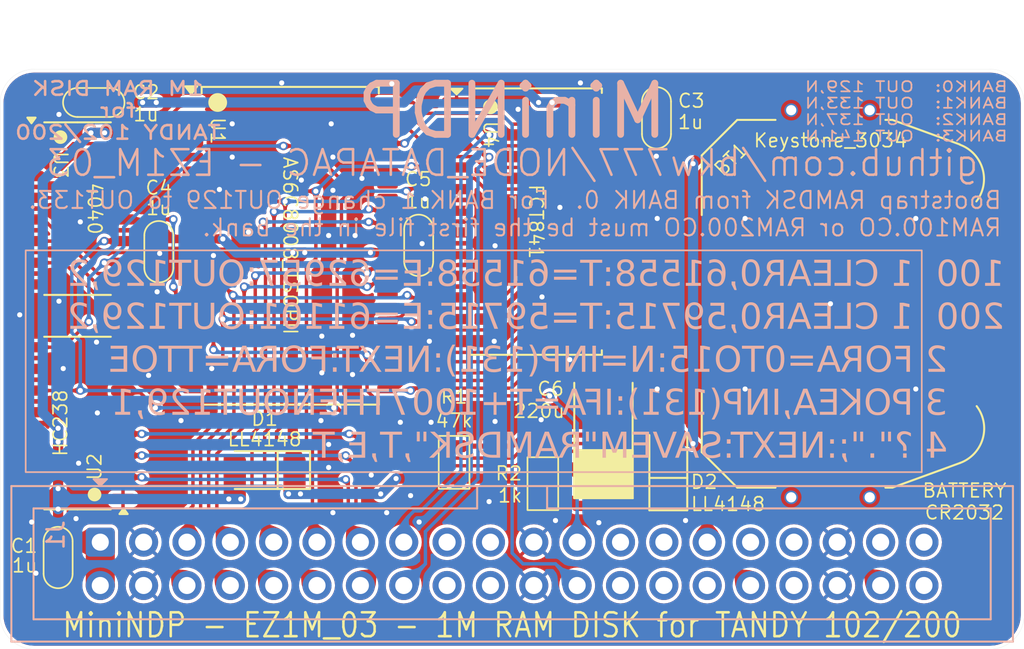
<source format=kicad_pcb>
(kicad_pcb (version 20240108) (generator "pcbnew") (generator_version "8.0")
  (title_block (title "MiniNDP") (date "2024-12-23") (rev "EZ1M_03") (company "Brian K. White - b.kenyon.w@gmail.com") (comment 1 "github.com/bkw777/NODE_DATAPAC"))
  (layers (0 "F.Cu" signal) (31 "B.Cu" signal) (34 "B.Paste" user) (35 "F.Paste" user) (36 "B.SilkS" user "B.Silkscreen") (37 "F.SilkS" user "F.Silkscreen") (38 "B.Mask" user) (39 "F.Mask" user) (44 "Edge.Cuts" user))
  (net 0 "")
  (net 1 "GND")
  (net 2 "VMEM")
  (net 3 "VBUS")
  (net 4 "/AD0")
  (net 5 "/AD1")
  (net 6 "/AD2")
  (net 7 "/AD3")
  (net 8 "/AD4")
  (net 9 "/AD5")
  (net 10 "/AD6")
  (net 11 "/AD7")
  (net 12 "/A8")
  (net 13 "/A9")
  (net 14 "/~{RD}")
  (net 15 "/RAMRST")
  (net 16 "/~{Y0}")
  (net 17 "/(A)")
  (net 27 "/BUS_A10")
  (net 30 "+BATT")
  (net 31 "/A5")
  (net 32 "/A6")
  (net 35 "/A7")
  (net 36 "/BUS_A8")
  (net 37 "/BUS_A9")
  (net 38 "/A0")
  (net 39 "/A1")
  (net 40 "/A2")
  (net 41 "/A3")
  (net 42 "/A4")
  (net 43 "/BYTE")
  (net 54 "/~{WR}")
  (net 55 "/A15")
  (net 56 "/A12")
  (net 57 "/A13")
  (net 58 "/A18")
  (net 59 "/A14")
  (net 60 "/A16")
  (net 61 "/A17")
  (net 62 "/A10")
  (net 63 "/A11")
  (net 64 "/BUS_A11")
  (net 65 "/A19")
  (net 66 "/BLOCK")
  (net 75 "Net-(C6-Pad1)")
  (footprint "000_LOCAL:MiniNDP_Cover" (layer "F.Cu") (at 151.95 103.025)
    (property "Reference" "N1")
    (property "Value" "MiniNDP_Cover")
  )
  (footprint "000_LOCAL:SOIC-16_3.9x9.9mm_P1.27mm" (layer "F.Cu") (at 126.485 106.77 180)
    (property "Reference" "U2")
    (property "Value" "HC238")
  )
  (footprint "000_LOCAL:C_0805" (layer "F.Cu") (at 125.35 114.655 -90)
    (property "Reference" "C1")
    (property "Value" "1u")
  )
  (footprint "000_LOCAL:Fiducial_0.75_1.5" (layer "F.Cu") (at 179.95 118.025)
    (property "Reference" "F2" (hide yes))
    (property "Value" "Fiducial_0.75_1.5" (hide yes))
  )
  (footprint "000_LOCAL:SOIC-16_3.9x9.9mm_P1.27mm" (layer "F.Cu") (at 126.488 94.197)
    (property "Reference" "U3")
    (property "Value" "4040")
  )
  (footprint "000_LOCAL:D_MiniMELF" (layer "F.Cu") (at 137.45 109.525 180)
    (property "Reference" "D1")
    (property "Value" "LL4148")
  )
  (footprint "000_LOCAL:Fiducial_0.75_1.5" (layer "F.Cu") (at 179.95 88.025 90)
    (property "Reference" "F2" (hide yes))
    (property "Value" "Fiducial_0.75_1.5" (hide yes))
  )
  (footprint "000_LOCAL:C_0805" (layer "F.Cu") (at 131.25 96.725 -90)
    (property "Reference" "C4")
    (property "Value" "1u")
  )
  (footprint "000_LOCAL:Fiducial_0.75_1.5" (layer "F.Cu") (at 123.95 88.025)
    (property "Reference" "F3" (hide yes))
    (property "Value" "Fiducial_0.75_1.5" (hide yes))
  )
  (footprint "000_LOCAL:SOIC-24" (layer "F.Cu") (at 153.3452 94.959)
    (property "Reference" "U4")
    (property "Value" "FCT841")
  )
  (footprint "000_LOCAL:D_MiniMELF" (layer "F.Cu") (at 161.1 109.225 90)
    (property "Reference" "D2")
    (property "Value" "LL4148")
  )
  (footprint "000_LOCAL:C_0805" (layer "F.Cu") (at 160.4082 88.874 -90)
    (property "Reference" "C3")
    (property "Value" "1u")
  )
  (footprint "000_LOCAL:Fiducial_0.75_1.5" (layer "F.Cu") (at 123.95 118.025)
    (property "Reference" "F3" (hide yes))
    (property "Value" "Fiducial_0.75_1.5" (hide yes))
  )
  (footprint "000_LOCAL:TSOP-II-44" (layer "F.Cu") (at 138.95 96.375)
    (property "Reference" "U1")
    (property "Value" "AS6C8008_TSOPII")
  )
  (footprint "000_LOCAL:Keystone_3028_3034" (layer "F.Cu") (at 170.6 99.775 90)
    (property "Reference" "BT1")
    (property "Value" "Keystone_3034")
  )
  (footprint "000_LOCAL:C_0805" (layer "F.Cu") (at 127.439 87.974 180)
    (property "Reference" "C2")
    (property "Value" "1u")
  )
  (footprint "000_LOCAL:R_0805" (layer "F.Cu") (at 153.75 110.325001 90)
    (property "Reference" "R2")
    (property "Value" "1k")
  )
  (footprint "000_LOCAL:CP_6032" (layer "F.Cu") (at 157.3 107.412501 90)
    (property "Reference" "C6")
    (property "Value" "220u")
  )
  (footprint "000_LOCAL:C_0805" (layer "F.Cu") (at 146.475 96.35 90)
    (property "Reference" "C5")
    (property "Value" "1u")
  )
  (footprint "000_LOCAL:R_0805" (layer "F.Cu") (at 148.55 109.075 90)
    (property "Reference" "R1")
    (property "Value" "47k")
  )
  (footprint "000_LOCAL:IDC-Header_2x20_P2.54mm_Vertical" (layer "B.Cu") (at 127.82 113.755 -90)
    (property "Reference" "J1")
    (property "Value" "Conn_02x20_Odd_Even")
  )
  (gr_rect (start 138.85 108.975) (end 139.55 110.925) (stroke (width 0.6)) (fill solid) (layer "F.Cu") (net 2))
  (gr_rect (start 135.35 108.975) (end 136.05 111.225) (stroke (width 0.6)) (fill solid) (layer "F.Cu") (net 3))
  (gr_poly (pts (xy 124.75 111.215) (xy 125.35 111.815) (xy 125.35 110.615)) (stroke (width 0.6)) (fill solid) (layer "F.Cu") (net 3))
  (gr_poly (pts (xy 139.1 97.475) (xy 139.1 96.775) (xy 139.8 96.775)) (stroke (width 0.6)) (fill solid) (layer "F.Cu") (net 2))
  (gr_poly (pts (xy 125.95 111.21) (xy 125.349007 110.615) (xy 125.35 111.815)) (stroke (width 0.6)) (fill solid) (layer "B.Cu") (net 3))
  (gr_rect (start 123.45 96.647) (end 175.95 109.647) (stroke (width 0.1)) (fill none) (layer "B.SilkS"))
  (gr_line (start 123.95 86.025) (end 179.95 86.025) (stroke (width 0.01)) (layer "Edge.Cuts"))
  (gr_line (start 179.95 120.025) (end 123.95 120.025) (stroke (width 0.01)) (layer "Edge.Cuts"))
  (gr_arc (start 179.95 86.024999) (mid 181.364214 86.610786) (end 181.950001 88.025) (stroke (width 0.01)) (layer "Edge.Cuts"))
  (gr_arc (start 123.95 120.025) (mid 122.535786 119.439214) (end 121.95 118.025) (stroke (width 0.01)) (layer "Edge.Cuts"))
  (gr_arc (start 181.950001 118.025) (mid 181.364214 119.439214) (end 179.95 120.025001) (stroke (width 0.01)) (layer "Edge.Cuts"))
  (gr_line (start 181.95 88.025) (end 181.95 118.025) (stroke (width 0.01)) (layer "Edge.Cuts"))
  (gr_arc (start 121.949999 88.025) (mid 122.535786 86.610786) (end 123.95 86.024999) (stroke (width 0.01)) (layer "Edge.Cuts"))
  (gr_line (start 121.95 118.025) (end 121.95 88.025) (stroke (width 0.01)) (layer "Edge.Cuts"))
  (gr_text "1M RAM DISK\nfor\nTANDY 102/200" (at 128.85 88.447 0) (layer "B.SilkS") (effects (font (size 0.8 1)) (justify mirror)))
  (gr_text "Bootstrap RAMDSK from BANK 0.  For BANK 1 change OUT129 to OUT133.\nRAM100.CO or RAM200.CO must be the first file in the bank." (at 180.7 95.897 0) (layer "B.SilkS") (effects (font (size 1 1) (thickness 0.12)) (justify left bottom mirror)))
  (gr_text "${COMMENT1} - ${REVISION}" (at 151.95 91.525 0) (layer "B.SilkS") (effects (font (size 1.5 1.5)) (justify mirror)))
  (gr_text "100  1 CLEAR0,61558:T=61558:E=62957:OUT129,2\n200  1 CLEAR0,59715:T=59715:E=61101:OUT129,2\n     2 FORA=0TO15:N=INP(131):NEXT:FORA=TTOE\n     3 POKEA,INP(131):IFA=T+1007THENOUT129,1\n     4 ?{dblquote}.{dblquote};:NEXT:SAVEM{dblquote}RAMDSK{dblquote},T,E,T" (at 180.8 97.225 0) (layer "B.SilkS") (effects (font (size 1.5 1.5) (thickness 0.1)) (justify left top mirror)))
  (gr_text "BANK0:  OUT 129,N\nBANK1:  OUT 133,N\nBANK2:  OUT 137,N\nBANK3:  OUT 141,N" (at 181.05 88.497 0) (layer "B.SilkS") (effects (font (size 0.6 0.8) (thickness 0.1)) (justify left mirror)))
  (gr_text "${TITLE}" (at 151.95 88.477 0) (layer "B.SilkS") (effects (font (size 3 3) (thickness 0.4)) (justify mirror)))
  (gr_text "${TITLE} - ${REVISION} - 1M RAM DISK for TANDY 102/200" (at 151.95 118.625 0) (layer "F.SilkS") (effects (font (size 1.4 1.2))))
  (gr_text "BATTERY\nCR2032" (at 178.45 111.375 0) (layer "F.SilkS") (effects (font (size 0.8 0.8) (thickness 0.1))))
  (via (at 142.6 101.625) (size 0.5) (drill 0.3) (layers "F.Cu" "B.Cu") (net 1))
  (via (at 132.55 106.625) (size 0.5) (drill 0.3) (layers "F.Cu" "B.Cu") (net 1))
  (via (at 138.45 86.825) (size 0.5) (drill 0.3) (layers "F.Cu" "B.Cu") (net 1))
  (via (at 147.1 101.975) (size 0.5) (drill 0.3) (layers "F.Cu" "B.Cu") (net 1))
  (via (at 141.45 91.175) (size 0.5) (drill 0.3) (layers "F.Cu" "B.Cu") (net 1))
  (via (at 141.2 95.775) (size 0.5) (drill 0.3) (layers "F.Cu" "B.Cu") (net 1))
  (via (at 157.03 112.612) (size 0.5) (drill 0.3) (layers "F.Cu" "B.Cu") (net 1))
  (via (at 125.65 103.575) (size 0.5) (drill 0.3) (layers "F.Cu" "B.Cu") (net 1))
  (via (at 135.55 89.225) (size 0.5) (drill 0.3) (layers "F.Cu" "B.Cu") (net 1))
  (via (at 134.8 93.075) (size 0.5) (drill 0.3) (layers "F.Cu" "B.Cu") (net 1))
  (via (at 144.6 112.025) (size 0.5) (drill 0.3) (layers "F.Cu" "B.Cu") (net 1))
  (via (at 134.35 103.575) (size 0.5) (drill 0.3) (layers "F.Cu" "B.Cu") (net 1))
  (via (at 170.6 99.775) (size 0.5) (drill 0.3) (layers "F.Cu" "B.Cu") (net 1))
  (via (at 146.675 96.25) (size 0.5) (drill 0.3) (layers "F.Cu" "B.Cu") (net 1))
  (via (at 143.695 109.818) (size 0.5) (drill 0.3) (layers "F.Cu" "B.Cu") (net 1))
  (via (at 165.6 94.775) (size 0.5) (drill 0.3) (layers "F.Cu" "B.Cu") (net 1))
  (via (at 140.8 103.825) (size 0.5) (drill 0.3) (layers "F.Cu" "B.Cu") (net 1))
  (via (at 127.65 106.175) (size 0.5) (drill 0.3) (layers "F.Cu" "B.Cu") (net 1))
  (via (at 146.85 93.625) (size 0.5) (drill 0.3) (layers "F.Cu" "B.Cu") (net 1))
  (via (at 131.15 99.075) (size 0.5) (drill 0.3) (layers "F.Cu" "B.Cu") (net 1))
  (via (at 131.3 96.825) (size 0.5) (drill 0.3) (layers "F.Cu" "B.Cu") (net 1))
  (via (at 152.3 88.375) (size 0.5) (drill 0.3) (layers "F.Cu" "B.Cu") (net 1))
  (via (at 150.6 111.375) (size 0.5) (drill 0.3) (layers "F.Cu" "B.Cu") (net 1))
  (via (at 140.8 101.675) (size 0.5) (drill 0.3) (layers "F.Cu" "B.Cu") (net 1))
  (via (at 153.65 106.575) (size 0.5) (drill 0.3) (layers "F.Cu" "B.Cu") (net 1))
  (via (at 175.6 94.775) (size 0.5) (drill 0.3) (layers "F.Cu" "B.Cu") (net 1))
  (via (at 141.2 109.375) (size 0.5) (drill 0.3) (layers "F.Cu" "B.Cu") (net 1))
  (via (at 140.75 106.625) (size 0.5) (drill 0.3) (layers "F.Cu" "B.Cu") (net 1))
  (via (at 125.4 88.675) (size 0.5) (drill 0.3) (layers "F.Cu" "B.Cu") (net 1))
  (via (at 141.35 89.225) (size 0.5) (drill 0.3) (layers "F.Cu" "B.Cu") (net 1))
  (via (at 155.325 103.05) (size 0.5) (drill 0.3) (layers "F.Cu" "B.Cu") (net 1))
  (via (at 136.5 95.575) (size 0.5) (drill 0.3) (layers "F.Cu" "B.Cu") (net 1))
  (via (at 160.45 94.775) (size 0.5) (drill 0.3) (layers "F.Cu" "B.Cu") (net 1))
  (via (at 126.55 109.125) (size 0.5) (drill 0.3) (layers "F.Cu" "B.Cu") (net 1))
  (via (at 155.95 86.825) (size 0.5) (drill 0.3) (layers "F.Cu" "B.Cu") (net 1))
  (via (at 160.45 104.775) (size 0.5) (drill 0.3) (layers "F.Cu" "B.Cu") (net 1))
  (via (at 144.9 86.875) (size 0.5) (drill 0.3) (layers "F.Cu" "B.Cu") (net 1))
  (via (at 139.6 92.525) (size 0.5) (drill 0.3) (layers "F.Cu" "B.Cu") (net 1))
  (via (at 146 111.025) (size 0.5) (drill 0.3) (layers "F.Cu" "B.Cu") (net 1))
  (via (at 142.6 103.925) (size 0.5) (drill 0.3) (layers "F.Cu" "B.Cu") (net 1))
  (via (at 135.55 91.175) (size 0.5) (drill 0.3) (layers "F.Cu" "B.Cu") (net 1))
  (via (at 123.1 100.425) (size 0.5) (drill 0.3) (layers "F.Cu" "B.Cu") (net 1))
  (via (at 154.49 112.485) (size 0.5) (drill 0.3) (layers "F.Cu" "B.Cu") (net 1))
  (via (at 126.4 112.375) (size 0.5) (drill 0.3) (layers "F.Cu" "B.Cu") (net 1))
  (via (at 134.45 96.95) (size 0.5) (drill 0.3) (layers "F.Cu" "B.Cu") (net 1))
  (via (at 143.15 92.425) (size 0.5) (drill 0.3) (layers "F.Cu" "B.Cu") (net 1))
  (via (at 165.6 104.775) (size 0.5) (drill 0.3) (layers "F.Cu" "B.Cu") (net 1))
  (via (at 162.11 112.485) (size 0.5) (drill 0.3) (layers "F.Cu" "B.Cu") (net 1))
  (via (at 150.95 96.375) (size 0.5) (drill 0.3) (layers "F.Cu" "B.Cu") (net 1))
  (via (at 142.75 95.775) (size 0.5) (drill 0.3) (layers "F.Cu" "B.Cu") (net 1))
  (via (at 154.75 94.125) (size 0.5) (drill 0.3) (layers "F.Cu" "B.Cu") (net 1))
  (via (at 123.8 112.575) (size 0.5) (drill 0.3) (layers "F.Cu" "B.Cu") (net 1))
  (via (at 146.5 112.575) (size 0.5) (drill 0.3) (layers "F.Cu" "B.Cu") (net 1))
  (via (at 127.6 102.025) (size 0.5) (drill 0.3) (layers "F.Cu" "B.Cu") (net 1))
  (via (at 141.45 112.025) (size 0.5) (drill 0.3) (layers "F.Cu" "B.Cu") (net 1))
  (via (at 145.4 106.725) (size 0.5) (drill 0.3) (layers "F.Cu" "B.Cu") (net 1))
  (via (at 124.05 115.575) (size 0.5) (drill 0.3) (layers "F.Cu" "B.Cu") (net 1))
  (via (at 160.4 91.125) (size 0.5) (drill 0.3) (layers "F.Cu" "B.Cu") (net 1))
  (via (at 141.2 108.025) (size 0.5) (drill 0.3) (layers "F.Cu" "B.Cu") (net 1))
  (via (at 175.6 104.775) (size 0.5) (drill 0.3) (layers "F.Cu" "B.Cu") (net 1))
  (via (at 153.7 99.375) (size 0.5) (drill 0.3) (layers "F.Cu" "B.Cu") (net 1))
  (via (at 130.65 103.975) (size 0.5) (drill 0.3) (layers "F.Cu" "B.Cu") (net 1))
  (via (at 147.2 106.725) (size 0.5) (drill 0.3) (layers "F.Cu" "B.Cu") (net 1))
  (via (at 125.4 99.625) (size 0.5) (drill 0.3) (layers "F.Cu" "B.Cu") (net 1))
  (via (at 150.9 101.975) (size 0.5) (drill 0.3) (layers "F.Cu" "B.Cu") (net 1))
  (via (at 141.45 93.125) (size 0.5) (drill 0.3) (layers "F.Cu" "B.Cu") (net 1))
  (via (at 150.95 106.675) (size 0.5) (drill 0.3) (layers "F.Cu" "B.Cu") (net 1))
  (via (at 126.65 94.975) (size 0.5) (drill 0.3) (layers "F.Cu" "B.Cu") (net 1))
  (segment (start 143.65 96.775) (end 145.75 96.775) (width 0.5) (layer "F.Cu") (net 2))
  (segment (start 139.1 109.425) (end 139.1 96.775) (width 0.6) (layer "F.Cu") (net 2))
  (segment (start 145.75 96.775) (end 146.225 97.25) (width 0.5) (layer "F.Cu") (net 2))
  (segment (start 145.15 110.025) (end 144.25 110.925) (width 0.6) (layer "F.Cu") (net 2))
  (segment (start 155.7 111.625) (end 155.4 111.325) (width 0.6) (layer "F.Cu") (net 2))
  (segment (start 135 95.975) (end 131.4 95.975) (width 0.5) (layer "F.Cu") (net 2))
  (segment (start 153.75 111.275) (end 153.45 111.275) (width 0.6) (layer "F.Cu") (net 2))
  (segment (start 160.45 111.625) (end 155.7 111.625) (width 0.6) (layer "F.Cu") (net 2))
  (segment (start 153.8 111.325) (end 153.75 111.275) (width 0.6) (layer "F.Cu") (net 2))
  (segment (start 146.225 97.25) (end 146.475 97.25) (width 0.5) (layer "F.Cu") (net 2))
  (segment (start 155.4 111.325) (end 153.8 111.325) (width 0.6) (layer "F.Cu") (net 2))
  (segment (start 131.4 95.975) (end 131.25 95.825) (width 0.5) (layer "F.Cu") (net 2))
  (segment (start 139.2 109.525) (end 139.1 109.425) (width 0.6) (layer "F.Cu") (net 2))
  (segment (start 161.1 110.975) (end 160.45 111.625) (width 0.6) (layer "F.Cu") (net 2))
  (segment (start 153.45 111.275) (end 152.2 110.025) (width 0.6) (layer "F.Cu") (net 2))
  (segment (start 152.2 110.025) (end 145.15 110.025) (width 0.6) (layer "F.Cu") (net 2))
  (via (at 144.25 110.925) (size 0.6) (drill 0.3) (layers "F.Cu" "B.Cu") (net 2))
  (via (at 145.15 110.025) (size 0.6) (drill 0.3) (layers "F.Cu" "B.Cu") (net 2))
  (via (at 135 95.975) (size 0.6) (drill 0.3) (layers "F.Cu" "B.Cu") (net 2))
  (via (at 139.8 96.775) (size 0.6) (drill 0.3) (layers "F.Cu" "B.Cu") (net 2))
  (via (at 139.55 110.925) (size 0.6) (drill 0.3) (layers "F.Cu" "B.Cu") (net 2))
  (via (at 143.65 96.775) (size 0.6) (drill 0.3) (layers "F.Cu" "B.Cu") (net 2))
  (via (at 138.85 110.925) (size 0.6) (drill 0.3) (layers "F.Cu" "B.Cu") (net 2))
  (via (at 139.1 96.775) (size 0.6) (drill 0.3) (layers "F.Cu" "B.Cu") (net 2))
  (segment (start 144.25 110.925) (end 138.85 110.925) (width 0.6) (layer "B.Cu") (net 2))
  (segment (start 143.65 96.775) (end 135.8 96.775) (width 0.6) (layer "B.Cu") (net 2))
  (segment (start 145.15 110.025) (end 144.25 110.925) (width 0.6) (layer "B.Cu") (net 2))
  (segment (start 135.8 96.775) (end 135 95.975) (width 0.6) (layer "B.Cu") (net 2))
  (segment (start 157.9952 87.974) (end 160.4082 87.974) (width 0.6) (layer "F.Cu") (net 3))
  (segment (start 127.274 89.753) (end 127.275 89.752) (width 0.6) (layer "F.Cu") (net 3))
  (segment (start 125.35 111.815) (end 125.35 110.615) (width 0.6) (layer "F.Cu") (net 3))
  (segment (start 125.35 111.815) (end 124.75 111.215) (width 0.6) (layer "F.Cu") (net 3))
  (segment (start 125.35 107.076001) (end 125.348999 107.075) (width 0.6) (layer "F.Cu") (net 3))
  (segment (start 130.3 87.975) (end 130.299 87.974) (width 0.6) (layer "F.Cu") (net 3))
  (segment (start 125.35 113.755) (end 125.35 111.815) (width 0.6) (layer "F.Cu") (net 3))
  (segment (start 130.301 87.974) (end 131.1 87.974) (width 0.6) (layer "F.Cu") (net 3))
  (segment (start 127.275 89.752) (end 129.155 89.752) (width 0.6) (layer "F.Cu") (net 3))
  (segment (start 128.339 87.974) (end 128.339 89.487) (width 0.6) (layer "F.Cu") (net 3))
  (segment (start 125.35 113.755) (end 127.82 113.755) (width 0.8) (layer "F.Cu") (net 3))
  (segment (start 124.75 111.215) (end 123.818 111.215) (width 0.6) (layer "F.Cu") (net 3))
  (segment (start 130.299 87.974) (end 128.339 87.974) (width 0.6) (layer "F.Cu") (net 3))
  (segment (start 153.499 87.974) (end 157.9952 87.974) (width 0.6) (layer "F.Cu") (net 3))
  (segment (start 127.7 113.635) (end 127.82 113.755) (width 0.4) (layer "F.Cu") (net 3))
  (segment (start 128.339 89.487) (end 128.074 89.752) (width 0.6) (layer "F.Cu") (net 3))
  (segment (start 127.82 116.295) (end 127.82 113.755) (width 1.7) (layer "F.Cu") (net 3))
  (segment (start 125.35 110.615) (end 125.35 107.076001) (width 0.6) (layer "F.Cu") (net 3))
  (segment (start 127.6 113.535) (end 127.7 113.635) (width 0.6) (layer "F.Cu") (net 3))
  (via (at 128.074 89.752) (size 0.6) (drill 0.3) (layers "F.Cu" "B.Cu") (net 3))
  (via (at 153.499 87.974) (size 0.6) (drill 0.3) (layers "F.Cu" "B.Cu") (net 3))
  (via (at 125.348999 107.075) (size 0.6) (drill 0.3) (layers "F.Cu" "B.Cu") (net 3))
  (via (at 125.35 107.875) (size 0.6) (drill 0.3) (layers "F.Cu" "B.Cu") (net 3))
  (via (at 154.2928 87.974) (size 0.6) (drill 0.3) (layers "F.Cu" "B.Cu") (net 3))
  (via (at 125.35 110.615) (size 0.6) (drill 0.3) (layers "F.Cu" "B.Cu") (net 3))
  (via (at 125.35 111.815) (size 0.6) (drill 0.3) (layers "F.Cu" "B.Cu") (net 3))
  (via (at 127.274 89.753) (size 0.6) (drill 0.3) (layers "F.Cu" "B.Cu") (net 3))
  (via (at 130.3 87.975) (size 0.6) (drill 0.3) (layers "F.Cu" "B.Cu") (net 3))
  (via (at 135.35 111.225) (size 0.6) (drill 0.3) (layers "F.Cu" "B.Cu") (net 3))
  (via (at 131.1 87.974) (size 0.6) (drill 0.3) (layers "F.Cu" "B.Cu") (net 3))
  (via (at 136.05 111.225) (size 0.6) (drill 0.3) (layers "F.Cu" "B.Cu") (net 3))
  (segment (start 145.601 87.974) (end 146.3 87.275) (width 0.6) (layer "B.Cu") (net 3))
  (segment (start 153.499 87.974) (end 154.2928 87.974) (width 0.6) (layer "B.Cu") (net 3))
  (segment (start 146.3 87.275) (end 152.8 87.275) (width 0.6) (layer "B.Cu") (net 3))
  (segment (start 124.45 92.577) (end 127.275 89.752) (width 0.6) (layer "B.Cu") (net 3))
  (segment (start 127.275 89.752) (end 128.074 89.752) (width 0.6) (layer "B.Cu") (net 3))
  (segment (start 125.35 107.076001) (end 124.45 106.176001) (width 0.6) (layer "B.Cu") (net 3))
  (segment (start 152.8 87.275) (end 153.499 87.974) (width 0.6) (layer "B.Cu") (net 3))
  (segment (start 125.35 107.875) (end 125.35 107.076001) (width 0.6) (layer "B.Cu") (net 3))
  (segment (start 130.3 87.975) (end 130.301 87.974) (width 0.6) (layer "B.Cu") (net 3))
  (segment (start 125.94 111.225) (end 125.35 111.815) (width 0.6) (layer "B.Cu") (net 3))
  (segment (start 130.301 87.974) (end 145.601 87.974) (width 0.6) (layer "B.Cu") (net 3))
  (segment (start 136.05 111.225) (end 125.94 111.225) (width 0.6) (layer "B.Cu") (net 3))
  (segment (start 124.45 106.176001) (end 124.45 92.577) (width 0.6) (layer "B.Cu") (net 3))
  (segment (start 131.63 113.245) (end 131.63 115.025) (width 0.2) (layer "F.Cu") (net 4))
  (segment (start 133.4 98.525) (end 133.25 98.375) (width 0.2) (layer "F.Cu") (net 4))
  (segment (start 133.975 98.525) (end 133.4 98.525) (width 0.2) (layer "F.Cu") (net 4))
  (segment (start 135 99.55) (end 133.975 98.525) (width 0.2) (layer "F.Cu") (net 4))
  (segment (start 135 100.674) (end 135 106.275) (width 0.2) (layer "F.Cu") (net 4))
  (segment (start 135 100.674) (end 135 99.55) (width 0.2) (layer "F.Cu") (net 4))
  (segment (start 148.5442 100.825) (end 148.6952 100.674) (width 0.2) (layer "F.Cu") (net 4))
  (segment (start 133.25 108.025) (end 133.25 111.625) (width 0.2) (layer "F.Cu") (net 4))
  (segment (start 135 106.275) (end 133.25 108.025) (width 0.2) (layer "F.Cu") (net 4))
  (segment (start 146.05 100.825) (end 148.5442 100.825) (width 0.2) (layer "F.Cu") (net 4))
  (segment (start 131.63 115.025) (end 132.9 116.295) (width 0.2) (layer "F.Cu") (net 4))
  (segment (start 133.25 111.625) (end 131.63 113.245) (width 0.2) (layer "F.Cu") (net 4))
  (via (at 146.05 100.825) (size 0.5) (drill 0.3) (layers "F.Cu" "B.Cu") (net 4))
  (via (at 135 100.674) (size 0.5) (drill 0.3) (layers "F.Cu" "B.Cu") (net 4))
  (segment (start 146.05 100.825) (end 145.899 100.674) (width 0.2) (layer "B.Cu") (net 4))
  (segment (start 145.899 100.674) (end 135 100.674) (width 0.2) (layer "B.Cu") (net 4))
  (segment (start 135.6 99.275) (end 135.65 99.325) (width 0.2) (layer "F.Cu") (net 5))
  (segment (start 133.4 97.725) (end 134.05 97.725) (width 0.2) (layer "F.Cu") (net 5))
  (segment (start 133.7 108.225) (end 133.7 111.975) (width 0.2) (layer "F.Cu") (net 5))
  (segment (start 135.65 106.275) (end 133.7 108.225) (width 0.2) (layer "F.Cu") (net 5))
  (segment (start 134.05 97.725) (end 135.6 99.275) (width 0.2) (layer "F.Cu") (net 5))
  (segment (start 145.8 99.275) (end 145.95 99.425) (width 0.2) (layer "F.Cu") (net 5))
  (segment (start 148.6742 99.425) (end 148.6952 99.404) (width 0.2) (layer "F.Cu") (net 5))
  (segment (start 135.65 99.325) (end 135.65 106.275) (width 0.2) (layer "F.Cu") (net 5))
  (segment (start 133.25 97.575) (end 133.4 97.725) (width 0.2) (layer "F.Cu") (net 5))
  (segment (start 145.95 99.425) (end 148.6742 99.425) (width 0.2) (layer "F.Cu") (net 5))
  (segment (start 133.7 111.975) (end 132.9 112.775) (width 0.2) (layer "F.Cu") (net 5))
  (segment (start 132.9 112.775) (end 132.9 113.755) (width 0.2) (layer "F.Cu") (net 5))
  (via (at 145.8 99.275) (size 0.5) (drill 0.3) (layers "F.Cu" "B.Cu") (net 5))
  (via (at 135.6 99.275) (size 0.5) (drill 0.3) (layers "F.Cu" "B.Cu") (net 5))
  (segment (start 145.8 99.275) (end 145.65 99.425) (width 0.2) (layer "B.Cu") (net 5))
  (segment (start 145.65 99.425) (end 135.6 99.425) (width 0.2) (layer "B.Cu") (net 5))
  (segment (start 143.9 98.525) (end 144.5 98.525) (width 0.2) (layer "F.Cu") (net 6))
  (segment (start 144.8 98.525) (end 147.5 98.525) (width 0.2) (layer "F.Cu") (net 6))
  (segment (start 136.25 106.325) (end 134.17 108.405) (width 0.2) (layer "F.Cu") (net 6))
  (segment (start 134.17 108.405) (end 134.17 115.025) (width 0.2) (layer "F.Cu") (net 6))
  (segment (start 144.5 98.525) (end 144.65 98.375) (width 0.2) (layer "F.Cu") (net 6))
  (segment (start 147.5 98.525) (end 147.7 98.325) (width 0.2) (layer "F.Cu") (net 6))
  (segment (start 144.65 98.375) (end 144.8 98.525) (width 0.2) (layer "F.Cu") (net 6))
  (segment (start 147.7 98.325) (end 148.504198 98.325) (width 0.2) (layer "F.Cu") (net 6))
  (segment (start 143.45 98.775) (end 143.65 98.775) (width 0.2) (layer "F.Cu") (net 6))
  (segment (start 134.17 115.025) (end 135.44 116.295) (width 0.2) (layer "F.Cu") (net 6))
  (segment (start 136.25 98.775) (end 136.25 106.325) (width 0.2) (layer "F.Cu") (net 6))
  (segment (start 143.65 98.775) (end 143.9 98.525) (width 0.2) (layer "F.Cu") (net 6))
  (segment (start 148.504198 98.325) (end 148.695199 98.133999) (width 0.2) (layer "F.Cu") (net 6))
  (via (at 136.25 98.775) (size 0.5) (drill 0.3) (layers "F.Cu" "B.Cu") (net 6))
  (via (at 143.45 98.775) (size 0.5) (drill 0.3) (layers "F.Cu" "B.Cu") (net 6))
  (segment (start 136.25 98.775) (end 143.6 98.775) (width 0.2) (layer "B.Cu") (net 6))
  (segment (start 147.225 98.025) (end 148.175 97.075) (width 0.2) (layer "F.Cu") (net 7))
  (segment (start 144.8 97.725) (end 145.35 97.725) (width 0.2) (layer "F.Cu") (net 7))
  (segment (start 136.9 106.325) (end 134.65 108.575) (width 0.2) (layer "F.Cu") (net 7))
  (segment (start 145.65 98.025) (end 147.225 98.025) (width 0.2) (layer "F.Cu") (net 7))
  (segment (start 134.65 108.575) (end 134.65 112.965) (width 0.2) (layer "F.Cu") (net 7))
  (segment (start 148.6952 96.864) (end 148.6952 96.863999) (width 0.2) (layer "F.Cu") (net 7))
  (segment (start 144.65 97.575) (end 144.8 97.725) (width 0.2) (layer "F.Cu") (net 7))
  (segment (start 143.7 97.725) (end 144.5 97.725) (width 0.2) (layer "F.Cu") (net 7))
  (segment (start 144.5 97.725) (end 144.65 97.575) (width 0.2) (layer "F.Cu") (net 7))
  (segment (start 145.35 97.725) (end 145.65 98.025) (width 0.2) (layer "F.Cu") (net 7))
  (segment (start 148.175 97.075) (end 148.4842 97.075) (width 0.2) (layer "F.Cu") (net 7))
  (segment (start 143.45 97.975) (end 143.7 97.725) (width 0.2) (layer "F.Cu") (net 7))
  (segment (start 136.9 98.125) (end 136.9 106.325) (width 0.2) (layer "F.Cu") (net 7))
  (segment (start 134.65 112.965) (end 135.44 113.755) (width 0.2) (layer "F.Cu") (net 7))
  (segment (start 148.4842 97.075) (end 148.6952 96.864) (width 0.2) (layer "F.Cu") (net 7))
  (via (at 136.9 98.125) (size 0.5) (drill 0.3) (layers "F.Cu" "B.Cu") (net 7))
  (via (at 143.45 97.975) (size 0.5) (drill 0.3) (layers "F.Cu" "B.Cu") (net 7))
  (segment (start 136.9 98.125) (end 137.05 97.975) (width 0.2) (layer "B.Cu") (net 7))
  (segment (start 137.05 97.975) (end 143.6 97.975) (width 0.2) (layer "B.Cu") (net 7))
  (segment (start 148.492001 95.3908) (end 148.6952 95.593999) (width 0.2) (layer "F.Cu") (net 8))
  (segment (start 137.5 95.125) (end 137.5 106.625) (width 0.2) (layer "F.Cu") (net 8))
  (segment (start 143.6 94.975) (end 143.55 94.975) (width 0.2) (layer "F.Cu") (net 8))
  (segment (start 144.5 95.025) (end 144.65 95.175) (width 0.2) (layer "F.Cu") (net 8))
  (segment (start 137.5 106.625) (end 136.71 107.415) (width 0.2) (layer "F.Cu") (net 8))
  (segment (start 144.8 95.025) (end 145.325 95.025) (width 0.2) (layer "F.Cu") (net 8))
  (segment (start 145.325 95.025) (end 145.675 94.675) (width 0.2) (layer "F.Cu") (net 8))
  (segment (start 137.35 94.975) (end 137.5 95.125) (width 0.2) (layer "F.Cu") (net 8))
  (segment (start 143.6 95.025) (end 144.5 95.025) (width 0.2) (layer "F.Cu") (net 8))
  (segment (start 148.0908 95.3908) (end 148.492001 95.3908) (width 0.2) (layer "F.Cu") (net 8))
  (segment (start 136.71 115.025) (end 137.98 116.295) (width 0.2) (layer "F.Cu") (net 8))
  (segment (start 145.675 94.675) (end 147.375 94.675) (width 0.2) (layer "F.Cu") (net 8))
  (segment (start 144.65 95.175) (end 144.8 95.025) (width 0.2) (layer "F.Cu") (net 8))
  (segment (start 147.375 94.675) (end 148.0908 95.3908) (width 0.2) (layer "F.Cu") (net 8))
  (segment (start 143.55 94.975) (end 143.6 95.025) (width 0.2) (layer "F.Cu") (net 8))
  (segment (start 136.71 107.415) (end 136.71 115.025) (width 0.2) (layer "F.Cu") (net 8))
  (via (at 143.55 94.975) (size 0.5) (drill 0.3) (layers "F.Cu" "B.Cu") (net 8))
  (via (at 137.35 94.975) (size 0.5) (drill 0.3) (layers "F.Cu" "B.Cu") (net 8))
  (segment (start 143.6 94.975) (end 137.35 94.975) (width 0.2) (layer "B.Cu") (net 8))
  (segment (start 144.8 94.225) (end 144.65 94.375) (width 0.2) (layer "F.Cu") (net 9))
  (segment (start 144.65 94.375) (end 144.55 94.275) (width 0.2) (layer "F.Cu") (net 9))
  (segment (start 143.6 94.275) (end 143.55 94.225) (width 0.2) (layer "F.Cu") (net 9))
  (segment (start 148.148999 94.323999) (end 148.05 94.225) (width 0.2) (layer "F.Cu") (net 9))
  (segment (start 138 94.375) (end 138 106.775) (width 0.2) (layer "F.Cu") (net 9))
  (segment (start 143.55 94.225) (end 143.6 94.225) (width 0.2) (layer "F.Cu") (net 9))
  (segment (start 137.45 107.325) (end 137.45 113.225) (width 0.2) (layer "F.Cu") (net 9))
  (segment (start 148.6952 94.323999) (end 148.148999 94.323999) (width 0.2) (layer "F.Cu") (net 9))
  (segment (start 144.55 94.275) (end 143.6 94.275) (width 0.2) (layer "F.Cu") (net 9))
  (segment (start 137.45 113.225) (end 137.98 113.755) (width 0.2) (layer "F.Cu") (net 9))
  (segment (start 138 106.775) (end 137.45 107.325) (width 0.2) (layer "F.Cu") (net 9))
  (segment (start 148.05 94.225) (end 144.8 94.225) (width 0.2) (layer "F.Cu") (net 9))
  (via (at 143.55 94.225) (size 0.5) (drill 0.3) (layers "F.Cu" "B.Cu") (net 9))
  (via (at 138 94.375) (size 0.5) (drill 0.3) (layers "F.Cu" "B.Cu") (net 9))
  (segment (start 143.45 94.375) (end 143.6 94.225) (width 0.2) (layer "B.Cu") (net 9))
  (segment (start 138 94.375) (end 143.45 94.375) (width 0.2) (layer "B.Cu") (net 9))
  (segment (start 145.75 93.175) (end 145.9 93.025) (width 0.2) (layer "F.Cu") (net 10))
  (segment (start 138.15 107.275) (end 138.15 111.675) (width 0.2) (layer "F.Cu") (net 10))
  (segment (start 139.25 115.025) (end 140.52 116.295) (width 0.2) (layer "F.Cu") (net 10))
  (segment (start 138.65 93.775) (end 136.55 93.775) (width 0.2) (layer "F.Cu") (net 10))
  (segment (start 139.25 112.775) (end 139.25 115.025) (width 0.2) (layer "F.Cu") (net 10))
  (segment (start 136.55 93.775) (end 135.15 95.175) (width 0.2) (layer "F.Cu") (net 10))
  (segment (start 138.15 111.675) (end 139.25 112.775) (width 0.2) (layer "F.Cu") (net 10))
  (segment (start 138.65 95.075) (end 138.45 95.275) (width 0.2) (layer "F.Cu") (net 10))
  (segment (start 145.9 93.025) (end 148.666201 93.025) (width 0.2) (layer "F.Cu") (net 10))
  (segment (start 148.666201 93.025) (end 148.6952 93.053999) (width 0.2) (layer "F.Cu") (net 10))
  (segment (start 138.65 93.775) (end 138.65 95.075) (width 0.2) (layer "F.Cu") (net 10))
  (segment (start 138.45 95.275) (end 138.45 106.975) (width 0.2) (layer "F.Cu") (net 10))
  (segment (start 138.45 106.975) (end 138.15 107.275) (width 0.2) (layer "F.Cu") (net 10))
  (segment (start 135.15 95.175) (end 133.25 95.175) (width 0.2) (layer "F.Cu") (net 10))
  (via (at 145.75 93.175) (size 0.5) (drill 0.3) (layers "F.Cu" "B.Cu") (net 10))
  (via (at 138.65 93.775) (size 0.5) (drill 0.3) (layers "F.Cu" "B.Cu") (net 10))
  (segment (start 142.85 93.775) (end 138.65 93.775) (width 0.2) (layer "B.Cu") (net 10))
  (segment (start 143.45 93.175) (end 142.85 93.775) (width 0.2) (layer "B.Cu") (net 10))
  (segment (start 145.75 93.175) (end 143.45 93.175) (width 0.2) (layer "B.Cu") (net 10))
  (segment (start 140.45 93.175) (end 136.4 93.175) (width 0.2) (layer "F.Cu") (net 11))
  (segment (start 140.25 108.225) (end 140.25 113.485) (width 0.2) (layer "F.Cu") (net 11))
  (segment (start 139.9 107.875) (end 140.25 108.225) (width 0.2) (layer "F.Cu") (net 11))
  (segment (start 139.9 97.675) (end 139.9 107.875) (width 0.2) (layer "F.Cu") (net 11))
  (segment (start 140.45 93.175) (end 140.45 97.125) (width 0.2) (layer "F.Cu") (net 11))
  (segment (start 140.25 113.485) (end 140.52 113.755) (width 0.2) (layer "F.Cu") (net 11))
  (segment (start 136.4 93.175) (end 135.2 94.375) (width 0.2) (layer "F.Cu") (net 11))
  (segment (start 148.6362 91.725) (end 148.695199 91.783999) (width 0.2) (layer "F.Cu") (net 11))
  (segment (start 146.05 91.725) (end 148.6362 91.725) (width 0.2) (layer "F.Cu") (net 11))
  (segment (start 135.2 94.375) (end 133.25 94.375) (width 0.2) (layer "F.Cu") (net 11))
  (segment (start 140.45 97.125) (end 139.9 97.675) (width 0.2) (layer "F.Cu") (net 11))
  (via (at 140.45 93.175) (size 0.5) (drill 0.3) (layers "F.Cu" "B.Cu") (net 11))
  (via (at 146.05 91.725) (size 0.5) (drill 0.3) (layers "F.Cu" "B.Cu") (net 11))
  (segment (start 146.05 91.725) (end 141.9 91.725) (width 0.2) (layer "B.Cu") (net 11))
  (segment (start 141.9 91.725) (end 140.45 93.175) (width 0.2) (layer "B.Cu") (net 11))
  (segment (start 132.25 101.125) (end 132.7 101.575) (width 0.2) (layer "F.Cu") (net 12))
  (segment (start 132.093 94.832) (end 129.155 94.832) (width 0.2) (layer "F.Cu") (net 12))
  (segment (start 132.1 98.775) (end 132.25 98.925) (width 0.2) (layer "F.Cu") (net 12))
  (segment (start 132.25 98.925) (end 132.25 101.125) (width 0.2) (layer "F.Cu") (net 12))
  (segment (start 132.7 101.575) (end 133.25 101.575) (width 0.2) (layer "F.Cu") (net 12))
  (segment (start 132.1 94.825) (end 132.093 94.832) (width 0.2) (layer "F.Cu") (net 12))
  (via (at 132.1 98.775) (size 0.5) (drill 0.3) (layers "F.Cu" "B.Cu") (net 12))
  (via (at 132.1 94.825) (size 0.5) (drill 0.3) (layers "F.Cu" "B.Cu") (net 12))
  (segment (start 132.1 98.775) (end 132.1 94.825) (width 0.2) (layer "B.Cu") (net 12))
  (segment (start 132.5984 89.7266) (end 133.0984 89.7266) (width 0.2) (layer "F.Cu") (net 13))
  (segment (start 129.322 92.125) (end 130.2 92.125) (width 0.2) (layer "F.Cu") (net 13))
  (segment (start 133.0984 89.7266) (end 133.25 89.575) (width 0.2) (layer "F.Cu") (net 13))
  (segment (start 130.2 92.125) (end 132.5984 89.7266) (width 0.2) (layer "F.Cu") (net 13))
  (segment (start 129.155 92.292) (end 129.322 92.125) (width 0.2) (layer "F.Cu") (net 13))
  (segment (start 145.65 90.375) (end 144.65 90.375) (width 0.2) (layer "F.Cu") (net 14))
  (via (at 145.65 90.375) (size 0.5) (drill 0.3) (layers "F.Cu" "B.Cu") (net 14))
  (segment (start 152.585 115.025) (end 154.49 115.025) (width 0.2) (layer "B.Cu") (net 14))
  (segment (start 151.25 88.575) (end 151.95 89.275) (width 0.2) (layer "B.Cu") (net 14))
  (segment (start 147.45 88.575) (end 151.25 88.575) (width 0.2) (layer "B.Cu") (net 14))
  (segment (start 145.65 90.375) (end 147.45 88.575) (width 0.2) (layer "B.Cu") (net 14))
  (segment (start 151.95 114.39) (end 152.585 115.025) (width 0.2) (layer "B.Cu") (net 14))
  (segment (start 151.95 89.275) (end 151.95 114.39) (width 0.2) (layer "B.Cu") (net 14))
  (segment (start 154.49 115.025) (end 155.76 116.295) (width 0.2) (layer "B.Cu") (net 14))
  (segment (start 152.6 107.475) (end 159 107.475) (width 0.3) (layer "F.Cu") (net 15))
  (segment (start 151.949999 108.125001) (end 152.6 107.475) (width 0.3) (layer "F.Cu") (net 15))
  (segment (start 142.2 92.775) (end 141.25 91.825) (width 0.2) (layer "F.Cu") (net 15))
  (segment (start 172.27 115.025) (end 173.54 116.295) (width 0.3) (layer "F.Cu") (net 15))
  (segment (start 142.2 93.4625) (end 142.2 92.775) (width 0.2) (layer "F.Cu") (net 15))
  (segment (start 167.698 115.025) (end 172.27 115.025) (width 0.3) (layer "F.Cu") (net 15))
  (segment (start 141.95 97.475) (end 141.95 93.7125) (width 0.2) (layer "F.Cu") (net 15))
  (segment (start 162.25 108.675) (end 165.806 112.231) (width 0.3) (layer "F.Cu") (net 15))
  (segment (start 141.95 93.7125) (end 142.2 93.4625) (width 0.2) (layer "F.Cu") (net 15))
  (segment (start 141.7 97.725) (end 141.95 97.475) (width 0.2) (layer "F.Cu") (net 15))
  (segment (start 159 107.475) (end 160.2 108.675) (width 0.3) (layer "F.Cu") (net 15))
  (segment (start 160.2 108.675) (end 162.25 108.675) (width 0.3) (layer "F.Cu") (net 15))
  (segment (start 148.55 108.125001) (end 144.600001 108.125001) (width 0.2) (layer "F.Cu") (net 15))
  (segment (start 167.19 112.993) (end 167.19 114.517) (width 0.3) (layer "F.Cu") (net 15))
  (segment (start 141.25 91.825) (end 133.4 91.825) (width 0.2) (layer "F.Cu") (net 15))
  (segment (start 165.806 112.231) (end 166.428 112.231) (width 0.3) (layer "F.Cu") (net 15))
  (segment (start 166.428 112.231) (end 167.19 112.993) (width 0.3) (layer "F.Cu") (net 15))
  (segment (start 148.55 108.125001) (end 151.949999 108.125001) (width 0.3) (layer "F.Cu") (net 15))
  (segment (start 133.4 91.825) (end 133.25 91.975) (width 0.2) (layer "F.Cu") (net 15))
  (segment (start 144.600001 108.125001) (end 141.7 105.225) (width 0.2) (layer "F.Cu") (net 15))
  (segment (start 167.19 114.517) (end 167.698 115.025) (width 0.3) (layer "F.Cu") (net 15))
  (segment (start 141.7 105.225) (end 141.7 97.725) (width 0.2) (layer "F.Cu") (net 15))
  (segment (start 130.25 107.405) (end 129.152 107.405) (width 0.2) (layer "F.Cu") (net 16))
  (segment (start 152.2 109.275) (end 153.05 108.425) (width 0.2) (layer "F.Cu") (net 16))
  (segment (start 163.38 111.205) (end 163.38 113.755) (width 0.2) (layer "F.Cu") (net 16))
  (segment (start 158.6 108.425) (end 159.8 109.625) (width 0.2) (layer "F.Cu") (net 16))
  (segment (start 142.4 107.405) (end 142.615 107.405) (width 0.2) (layer "F.Cu") (net 16))
  (segment (start 159.8 109.625) (end 161.8 109.625) (width 0.2) (layer "F.Cu") (net 16))
  (segment (start 142.615 107.405) (end 144.485 109.275) (width 0.2) (layer "F.Cu") (net 16))
  (segment (start 144.485 109.275) (end 152.2 109.275) (width 0.2) (layer "F.Cu") (net 16))
  (segment (start 161.8 109.625) (end 163.38 111.205) (width 0.2) (layer "F.Cu") (net 16))
  (segment (start 153.05 108.425) (end 158.6 108.425) (width 0.2) (layer "F.Cu") (net 16))
  (via (at 130.25 107.405) (size 0.5) (drill 0.3) (layers "F.Cu" "B.Cu") (net 16))
  (via (at 142.4 107.405) (size 0.5) (drill 0.3) (layers "F.Cu" "B.Cu") (net 16))
  (segment (start 142.4 107.405) (end 130.25 107.405) (width 0.2) (layer "B.Cu") (net 16))
  (segment (start 162 109.175) (end 164.65 111.825) (width 0.2) (layer "F.Cu") (net 17))
  (segment (start 141.5 105.875) (end 141.7 105.875) (width 0.2) (layer "F.Cu") (net 17))
  (segment (start 164.65 115.025) (end 165.92 116.295) (width 0.2) (layer "F.Cu") (net 17))
  (segment (start 158.8 107.975) (end 160 109.175) (width 0.2) (layer "F.Cu") (net 17))
  (segment (start 130.167 104.992) (end 129.279 104.992) (width 0.2) (layer "F.Cu") (net 17))
  (segment (start 152.85 107.975) (end 158.8 107.975) (width 0.2) (layer "F.Cu") (net 17))
  (segment (start 160 109.175) (end 162 109.175) (width 0.2) (layer "F.Cu") (net 17))
  (segment (start 144.65 108.825) (end 152 108.825) (width 0.2) (layer "F.Cu") (net 17))
  (segment (start 131.05 105.875) (end 130.167 104.992) (width 0.2) (layer "F.Cu") (net 17))
  (segment (start 129.279 104.992) (end 129.152 104.865) (width 0.2) (layer "F.Cu") (net 17))
  (segment (start 141.7 105.875) (end 144.65 108.825) (width 0.2) (layer "F.Cu") (net 17))
  (segment (start 164.65 111.825) (end 164.65 115.025) (width 0.2) (layer "F.Cu") (net 17))
  (segment (start 152 108.825) (end 152.85 107.975) (width 0.2) (layer "F.Cu") (net 17))
  (via (at 131.05 105.875) (size 0.5) (drill 0.3) (layers "F.Cu" "B.Cu") (net 17))
  (via (at 141.5 105.875) (size 0.5) (drill 0.3) (layers "F.Cu" "B.Cu") (net 17))
  (segment (start 141.5 105.875) (end 131.05 105.875) (width 0.2) (layer "B.Cu") (net 17))
  (segment (start 148.856201 90.675) (end 148.6952 90.513999) (width 0.2) (layer "F.Cu") (net 27))
  (segment (start 150.4 91.175) (end 149.9 90.675) (width 0.2) (layer "F.Cu") (net 27))
  (segment (start 150.6 91.175) (end 150.4 91.175) (width 0.2) (layer "F.Cu") (net 27))
  (segment (start 149.9 90.675) (end 148.856201 90.675) (width 0.2) (layer "F.Cu") (net 27))
  (via (at 150.6 91.175) (size 0.5) (drill 0.3) (layers "F.Cu" "B.Cu") (net 27))
  (segment (start 146.87 113.13) (end 146.87 115.025) (width 0.2) (layer "B.Cu") (net 27))
  (segment (start 150.6 91.175) (end 149.95 91.825) (width 0.2) (layer "B.Cu") (net 27))
  (segment (start 149.95 110.05) (end 146.87 113.13) (width 0.2) (layer "B.Cu") (net 27))
  (segment (start 149.95 91.825) (end 149.95 110.05) (width 0.2) (layer "B.Cu") (net 27))
  (segment (start 146.87 115.025) (end 145.6 116.295) (width 0.2) (layer "B.Cu") (net 27))
  (segment (start 161.45 107.825) (end 161.1 107.475) (width 0.6) (layer "F.Cu") (net 30))
  (segment (start 162.55 107.975) (end 162.4 107.825) (width 0.6) (layer "F.Cu") (net 30))
  (segment (start 165 110.425) (end 169.9 110.425) (width 0.6) (layer "F.Cu") (net 30))
  (segment (start 169.9 89.125) (end 170.6 88.425) (width 0.6) (layer "F.Cu") (net 30))
  (segment (start 169.9 110.425) (end 170.6 111.125) (width 0.6) (layer "F.Cu") (net 30))
  (segment (start 162.55 91.561) (end 164.986 89.125) (width 0.6) (layer "F.Cu") (net 30))
  (segment (start 162.4 107.825) (end 161.45 107.825) (width 0.6) (layer "F.Cu") (net 30))
  (segment (start 164.986 89.125) (end 169.9 89.125) (width 0.6) (layer "F.Cu") (net 30))
  (segment (start 162.55 107.975) (end 165 110.425) (width 0.6) (layer "F.Cu") (net 30))
  (via (at 168.3 88.425) (size 0.8) (drill 0.6) (layers "F.Cu" "B.Cu") (net 30))
  (via (at 168.3 111.125) (size 0.8) (drill 0.6) (layers "F.Cu" "B.Cu") (net 30))
  (via (at 162.55 91.561) (size 0.6) (drill 0.3) (layers "F.Cu" "B.Cu") (net 30))
  (via (at 162.55 107.975) (size 0.6) (drill 0.3) (layers "F.Cu" "B.Cu") (net 30))
  (via (at 172.9 111.125) (size 0.8) (drill 0.6) (layers "F.Cu" "B.Cu") (net 30))
  (via (at 172.9 88.425) (size 0.8) (drill 0.6) (layers "F.Cu" "B.Cu") (net 30))
  (segment (start 162.55 91.561) (end 162.55 107.975) (width 0.6) (layer "B.Cu") (net 30))
  (segment (start 133.0986 88.1264) (end 133.25 87.975) (width 0.2) (layer "F.Cu") (net 31))
  (segment (start 130.288 90.387) (end 132.5486 88.1264) (width 0.2) (layer "F.Cu") (net 31))
  (segment (start 123.821 91.022) (end 125.603 91.022) (width 0.2) (layer "F.Cu") (net 31))
  (segment (start 126.238 90.387) (end 130.288 90.387) (width 0.2) (layer "F.Cu") (net 31))
  (segment (start 125.603 91.022) (end 126.238 90.387) (width 0.2) (layer "F.Cu") (net 31))
  (segment (start 132.5486 88.1264) (end 133.0986 88.1264) (width 0.2) (layer "F.Cu") (net 31))
  (segment (start 125.863 93.562) (end 126.498 92.927) (width 0.2) (layer "F.Cu") (net 32))
  (segment (start 130.048 92.927) (end 132.45 90.525) (width 0.2) (layer "F.Cu") (net 32))
  (segment (start 123.821 93.562) (end 125.863 93.562) (width 0.2) (layer "F.Cu") (net 32))
  (segment (start 132.45 90.525) (end 133.1 90.525) (width 0.2) (layer "F.Cu") (net 32))
  (segment (start 133.1 90.525) (end 133.25 90.375) (width 0.2) (layer "F.Cu") (net 32))
  (segment (start 126.498 92.927) (end 130.048 92.927) (width 0.2) (layer "F.Cu") (net 32))
  (segment (start 129.342 93.375) (end 130.25 93.375) (width 0.2) (layer "F.Cu") (net 35))
  (segment (start 132.3 91.325) (end 133.1 91.325) (width 0.2) (layer "F.Cu") (net 35))
  (segment (start 129.155 93.562) (end 129.342 93.375) (width 0.2) (layer "F.Cu") (net 35))
  (segment (start 133.1 91.325) (end 133.25 91.175) (width 0.2) (layer "F.Cu") (net 35))
  (segment (start 130.25 93.375) (end 132.3 91.325) (width 0.2) (layer "F.Cu") (net 35))
  (segment (start 130.25 108.675) (end 129.152 108.675) (width 0.2) (layer "F.Cu") (net 36))
  (segment (start 144.33 115.025) (end 143.06 116.295) (width 0.2) (layer "F.Cu") (net 36))
  (segment (start 144.33 113.12) (end 144.33 115.025) (width 0.2) (layer "F.Cu") (net 36))
  (segment (start 142.2 108.675) (end 142.8 109.275) (width 0.2) (layer "F.Cu") (net 36))
  (segment (start 142.8 111.59) (end 144.33 113.12) (width 0.2) (layer "F.Cu") (net 36))
  (segment (start 142.8 109.275) (end 142.8 111.59) (width 0.2) (layer "F.Cu") (net 36))
  (via (at 130.25 108.675) (size 0.5) (drill 0.3) (layers "F.Cu" "B.Cu") (net 36))
  (via (at 142.2 108.675) (size 0.5) (drill 0.3) (layers "F.Cu" "B.Cu") (net 36))
  (segment (start 142.2 108.675) (end 130.25 108.675) (width 0.2) (layer "B.Cu") (net 36))
  (segment (start 130.25 109.945) (end 129.152 109.945) (width 0.2) (layer "F.Cu") (net 37))
  (segment (start 142.2 110.075) (end 142.35 110.225) (width 0.2) (layer "F.Cu") (net 37))
  (segment (start 142.35 110.225) (end 142.35 113.045) (width 0.2) (layer "F.Cu") (net 37))
  (segment (start 142.35 113.045) (end 143.06 113.755) (width 0.2) (layer "F.Cu") (net 37))
  (via (at 142.2 110.075) (size 0.5) (drill 0.3) (layers "F.Cu" "B.Cu") (net 37))
  (via (at 130.25 109.945) (size 0.5) (drill 0.3) (layers "F.Cu" "B.Cu") (net 37))
  (segment (start 142.2 110.075) (end 130.38 110.075) (width 0.2) (layer "B.Cu") (net 37))
  (segment (start 130.38 110.075) (end 130.25 109.945) (width 0.2) (layer "B.Cu") (net 37))
  (segment (start 131.45 101.875) (end 132.6 103.025) (width 0.2) (layer "F.Cu") (net 38))
  (segment (start 131.45 101.275) (end 131.45 101.875) (width 0.2) (layer "F.Cu") (net 38))
  (segment (start 133.1 103.025) (end 133.25 103.175) (width 0.2) (layer "F.Cu") (net 38))
  (segment (start 132.6 103.025) (end 133.1 103.025) (width 0.2) (layer "F.Cu") (net 38))
  (segment (start 129.75 98.642) (end 129.75 99.575) (width 0.2) (layer "F.Cu") (net 38))
  (segment (start 129.155 98.642) (end 129.75 98.642) (width 0.2) (layer "F.Cu") (net 38))
  (segment (start 129.75 99.575) (end 131.45 101.275) (width 0.2) (layer "F.Cu") (net 38))
  (segment (start 125.697 97.372) (end 129.5 101.175) (width 0.2) (layer "F.Cu") (net 39))
  (segment (start 130.65 101.775) (end 130.65 102.675) (width 0.2) (layer "F.Cu") (net 39))
  (segment (start 132.6 104.625) (end 133.1 104.625) (width 0.2) (layer "F.Cu") (net 39))
  (segment (start 133.1 104.625) (end 133.25 104.775) (width 0.2) (layer "F.Cu") (net 39))
  (segment (start 123.821 97.372) (end 125.697 97.372) (width 0.2) (layer "F.Cu") (net 39))
  (segment (start 130.05 101.175) (end 130.65 101.775) (width 0.2) (layer "F.Cu") (net 39))
  (segment (start 129.5 101.175) (end 130.05 101.175) (width 0.2) (layer "F.Cu") (net 39))
  (segment (start 130.65 102.675) (end 132.6 104.625) (width 0.2) (layer "F.Cu") (net 39))
  (segment (start 130.25 100.725) (end 131.05 101.525) (width 0.2) (layer "F.Cu") (net 40))
  (segment (start 131.05 101.525) (end 131.05 102.275) (width 0.2) (layer "F.Cu") (net 40))
  (segment (start 125.102 96.102) (end 129.725 100.725) (width 0.2) (layer "F.Cu") (net 40))
  (segment (start 123.821 96.102) (end 125.102 96.102) (width 0.2) (layer "F.Cu") (net 40))
  (segment (start 131.05 102.275) (end 132.6 103.825) (width 0.2) (layer "F.Cu") (net 40))
  (segment (start 133.1 103.825) (end 133.25 103.975) (width 0.2) (layer "F.Cu") (net 40))
  (segment (start 132.6 103.825) (end 133.1 103.825) (width 0.2) (layer "F.Cu") (net 40))
  (segment (start 129.725 100.725) (end 130.25 100.725) (width 0.2) (layer "F.Cu") (net 40))
  (segment (start 127.682 98.007) (end 124.7 95.025) (width 0.2) (layer "F.Cu") (net 41))
  (segment (start 129.9805 98.007) (end 127.682 98.007) (width 0.2) (layer "F.Cu") (net 41))
  (segment (start 130.25 99.425) (end 130.25 98.2765) (width 0.2) (layer "F.Cu") (net 41))
  (segment (start 131.85 101.025) (end 130.25 99.425) (width 0.2) (layer "F.Cu") (net 41))
  (segment (start 124.014 95.025) (end 123.821 94.832) (width 0.2) (layer "F.Cu") (net 41))
  (segment (start 130.25 98.2765) (end 129.9805 98.007) (width 0.2) (layer "F.Cu") (net 41))
  (segment (start 124.7 95.025) (end 124.014 95.025) (width 0.2) (layer "F.Cu") (net 41))
  (segment (start 133.25 102.375) (end 132.6 102.375) (width 0.2) (layer "F.Cu") (net 41))
  (segment (start 131.85 101.625) (end 131.85 101.025) (width 0.2) (layer "F.Cu") (net 41))
  (segment (start 132.6 102.375) (end 131.85 101.625) (width 0.2) (layer "F.Cu") (net 41))
  (segment (start 126.343 91.657) (end 130.018 91.657) (width 0.2) (layer "F.Cu") (net 42))
  (segment (start 131.3 90.375) (end 131.3 90.1) (width 0.2) (layer "F.Cu") (net 42))
  (segment (start 125.708 92.292) (end 126.343 91.657) (width 0.2) (layer "F.Cu") (net 42))
  (segment (start 131.3 90.1) (end 132.475 88.925) (width 0.2) (layer "F.Cu") (net 42))
  (segment (start 132.475 88.925) (end 133.1 88.925) (width 0.2) (layer "F.Cu") (net 42))
  (segment (start 133.1 88.925) (end 133.25 88.775) (width 0.2) (layer "F.Cu") (net 42))
  (segment (start 123.821 92.292) (end 125.708 92.292) (width 0.2) (layer "F.Cu") (net 42))
  (segment (start 130.018 91.657) (end 131.3 90.375) (width 0.2) (layer "F.Cu") (net 42))
  (segment (start 138.55 90.525) (end 142.85 90.525) (width 0.2) (layer "F.Cu") (net 43))
  (segment (start 143.5 91.175) (end 144.65 91.175) (width 0.2) (layer "F.Cu") (net 43))
  (segment (start 125.65 102.325) (end 123.818 102.325) (width 0.2) (layer "F.Cu") (net 43))
  (segment (start 128.05 97.372) (end 129.155 97.372) (width 0.2) (layer "F.Cu") (net 43))
  (segment (start 142.85 90.525) (end 143.5 91.175) (width 0.2) (layer "F.Cu") (net 43))
  (segment (start 127.15 100.825) (end 125.65 102.325) (width 0.2) (layer "F.Cu") (net 43))
  (via (at 128.05 97.372) (size 0.5) (drill 0.3) (layers "F.Cu" "B.Cu") (net 43))
  (via (at 138.55 90.525) (size 0.5) (drill 0.3) (layers "F.Cu" "B.Cu") (net 43))
  (via (at 127.15 100.825) (size 0.5) (drill 0.3) (layers "F.Cu" "B.Cu") (net 43))
  (segment (start 129.2 95.275) (end 129.2 96.425) (width 0.2) (layer "B.Cu") (net 43))
  (segment (start 129.2 96.425) (end 128.253 97.372) (width 0.2) (layer "B.Cu") (net 43))
  (segment (start 127.15 100.825) (end 127.15 98.272) (width 0.2) (layer "B.Cu") (net 43))
  (segment (start 127.15 98.272) (end 128.05 97.372) (width 0.2) (layer "B.Cu") (net 43))
  (segment (start 128.253 97.372) (end 128.05 97.372) (width 0.2) (layer "B.Cu") (net 43))
  (segment (start 133.95 90.525) (end 129.2 95.275) (width 0.2) (layer "B.Cu") (net 43))
  (segment (start 138.55 90.525) (end 133.95 90.525) (width 0.2) (layer "B.Cu") (net 43))
  (segment (start 133.4 100.925) (end 133.25 100.775) (width 0.2) (layer "F.Cu") (net 54))
  (segment (start 134.45 101.375) (end 134 100.925) (width 0.2) (layer "F.Cu") (net 54))
  (segment (start 146.6 105.175) (end 146.3 105.475) (width 0.2) (layer "F.Cu") (net 54))
  (segment (start 144.05 105.475) (end 143.45 104.875) (width 0.2) (layer "F.Cu") (net 54))
  (segment (start 143.45 104.875) (end 143.45 102.775) (width 0.2) (layer "F.Cu") (net 54))
  (segment (start 134 100.925) (end 133.4 100.925) (width 0.2) (layer "F.Cu") (net 54))
  (segment (start 154.15 105.175) (end 146.6 105.175) (width 0.2) (layer "F.Cu") (net 54))
  (segment (start 134.45 102.475) (end 134.45 101.375) (width 0.2) (layer "F.Cu") (net 54))
  (segment (start 146.3 105.475) (end 144.05 105.475) (width 0.2) (layer "F.Cu") (net 54))
  (via (at 154.15 105.175) (size 0.5) (drill 0.3) (layers "F.Cu" "B.Cu") (net 54))
  (via (at 134.45 102.475) (size 0.5) (drill 0.3) (layers "F.Cu" "B.Cu") (net 54))
  (via (at 143.45 102.775) (size 0.5) (drill 0.3) (layers "F.Cu" "B.Cu") (net 54))
  (segment (start 143.3 102.625) (end 134.6 102.625) (width 0.2) (layer "B.Cu") (net 54))
  (segment (start 154.15 105.175) (end 155.76 106.785) (width 0.2) (layer "B.Cu") (net 54))
  (segment (start 143.45 102.775) (end 143.3 102.625) (width 0.2) (layer "B.Cu") (net 54))
  (segment (start 134.6 102.625) (end 134.45 102.475) (width 0.2) (layer "B.Cu") (net 54))
  (segment (start 155.76 106.785) (end 155.76 113.755) (width 0.2) (layer "B.Cu") (net 54))
  (segment (start 156.531 95.594) (end 150.816 101.309) (width 0.2) (layer "F.Cu") (net 55))
  (segment (start 157.995199 95.594) (end 156.531 95.594) (width 0.2) (layer "F.Cu") (net 55))
  (segment (start 146.516 101.309) (end 146.25 101.575) (width 0.2) (layer "F.Cu") (net 55))
  (segment (start 150.816 101.309) (end 146.516 101.309) (width 0.2) (layer "F.Cu") (net 55))
  (segment (start 146.25 101.575) (end 144.65 101.575) (width 0.2) (layer "F.Cu") (net 55))
  (segment (start 157.9952 95.593999) (end 157.995199 95.594) (width 0.2) (layer "F.Cu") (net 55))
  (segment (start 147.524 91.149) (end 145.95 89.575) (width 0.2) (layer "F.Cu") (net 56))
  (segment (start 145.95 89.575) (end 144.65 89.575) (width 0.2) (layer "F.Cu") (net 56))
  (segment (start 149.694875 91.149) (end 147.524 91.149) (width 0.2) (layer "F.Cu") (net 56))
  (segment (start 150.329874 91.783999) (end 149.694875 91.149) (width 0.2) (layer "F.Cu") (net 56))
  (segment (start 157.995201 91.783999) (end 150.329874 91.783999) (width 0.2) (layer "F.Cu") (net 56))
  (segment (start 150.377499 93.053999) (end 157.9952 93.053999) (width 0.2) (layer "F.Cu") (net 57))
  (segment (start 145.744 92.419) (end 149.7425 92.419) (width 0.2) (layer "F.Cu") (net 57))
  (segment (start 149.7425 92.419) (end 150.377499 93.053999) (width 0.2) (layer "F.Cu") (net 57))
  (segment (start 144.65 91.975) (end 144.8 92.125) (width 0.2) (layer "F.Cu") (net 57))
  (segment (start 145.45 92.125) (end 145.744 92.419) (width 0.2) (layer "F.Cu") (net 57))
  (segment (start 144.8 92.125) (end 145.45 92.125) (width 0.2) (layer "F.Cu") (net 57))
  (segment (start 144.65 103.975) (end 144.8 103.825) (width 0.2) (layer "F.Cu") (net 58))
  (segment (start 144.8 103.825) (end 151.5 103.825) (width 0.2) (layer "F.Cu") (net 58))
  (segment (start 155.921 99.404) (end 157.995199 99.404) (width 0.2) (layer "F.Cu") (net 58))
  (segment (start 157.995199 99.404) (end 157.9952 99.403999) (width 0.2) (layer "F.Cu") (net 58))
  (segment (start 151.5 103.825) (end 155.921 99.404) (width 0.2) (layer "F.Cu") (net 58))
  (segment (start 145.936 100.039) (end 145.35 100.625) (width 0.2) (layer "F.Cu") (net 59))
  (segment (start 145.35 100.625) (end 144.8 100.625) (width 0.2) (layer "F.Cu") (net 59))
  (segment (start 144.8 100.625) (end 144.65 100.775) (width 0.2) (layer "F.Cu") (net 59))
  (segment (start 157.995199 94.324) (end 156.501 94.324) (width 0.2) (layer "F.Cu") (net 59))
  (segment (start 156.501 94.324) (end 150.786 100.039) (width 0.2) (layer "F.Cu") (net 59))
  (segment (start 150.786 100.039) (end 145.936 100.039) (width 0.2) (layer "F.Cu") (net 59))
  (segment (start 157.9952 94.323999) (end 157.995199 94.324) (width 0.2) (layer "F.Cu") (net 59))
  (segment (start 151.396 102.625) (end 156.9538 97.0672) (width 0.2) (layer "F.Cu") (net 60))
  (segment (start 156.9538 97.0672) (end 157.791999 97.0672) (width 0.2) (layer "F.Cu") (net 60))
  (segment (start 157.791999 97.0672) (end 157.9952 96.863999) (width 0.2) (layer "F.Cu") (net 60))
  (segment (start 146.1 102.625) (end 151.396 102.625) (width 0.2) (layer "F.Cu") (net 60))
  (segment (start 145.85 102.375) (end 146.1 102.625) (width 0.2) (layer "F.Cu") (net 60))
  (segment (start 144.65 102.375) (end 145.85 102.375) (width 0.2) (layer "F.Cu") (net 60))
  (segment (start 157.9952 98.134) (end 157.995201 98.133999) (width 0.2) (layer "F.Cu") (net 61))
  (segment (start 144.65 103.175) (end 151.5 103.175) (width 0.2) (layer "F.Cu") (net 61))
  (segment (start 156.541 98.134) (end 157.9952 98.134) (width 0.2) (layer "F.Cu") (net 61))
  (segment (start 151.5 103.175) (end 156.541 98.134) (width 0.2) (layer "F.Cu") (net 61))
  (segment (start 151.284 88.609) (end 146.784 88.609) (width 0.2) (layer "F.Cu") (net 62))
  (segment (start 151.918999 89.243999) (end 151.284 88.609) (width 0.2) (layer "F.Cu") (net 62))
  (segment (start 146.784 88.609) (end 146.15 87.975) (width 0.2) (layer "F.Cu") (net 62))
  (segment (start 146.15 87.975) (end 144.65 87.975) (width 0.2) (layer "F.Cu") (net 62))
  (segment (start 157.9952 89.243999) (end 151.918999 89.243999) (width 0.2) (layer "F.Cu") (net 62))
  (segment (start 150.388999 90.513999) (end 149.754 89.879) (width 0.2) (layer "F.Cu") (net 63))
  (segment (start 147.154 89.879) (end 146.05 88.775) (width 0.2) (layer "F.Cu") (net 63))
  (segment (start 149.754 89.879) (end 147.154 89.879) (width 0.2) (layer "F.Cu") (net 63))
  (segment (start 157.9952 90.513999) (end 150.388999 90.513999) (width 0.2) (layer "F.Cu") (net 63))
  (segment (start 146.05 88.775) (end 144.65 88.775) (width 0.2) (layer "F.Cu") (net 63))
  (segment (start 148.876201 89.425) (end 148.6952 89.243999) (width 0.2) (layer "F.Cu") (net 64))
  (segment (start 150.6 89.875) (end 150.15 89.425) (width 0.2) (layer "F.Cu") (net 64))
  (segment (start 150.15 89.425) (end 148.876201 89.425) (width 0.2) (layer "F.Cu") (net 64))
  (via (at 150.6 89.875) (size 0.5) (drill 0.3) (layers "F.Cu" "B.Cu") (net 64))
  (segment (start 148.95 91.325) (end 148.95 109.575) (width 0.2) (layer "B.Cu") (net 64))
  (segment (start 146.2 111.925) (end 145.8 112.325) (width 0.2) (layer "B.Cu") (net 64))
  (segment (start 148.95 109.575) (end 146.6 111.925) (width 0.2) (layer "B.Cu") (net 64))
  (segment (start 145.8 113.555) (end 145.6 113.755) (width 0.2) (layer "B.Cu") (net 64))
  (segment (start 146.6 111.925) (end 146.2 111.925) (width 0.2) (layer "B.Cu") (net 64))
  (segment (start 150.4 89.875) (end 148.95 91.325) (width 0.2) (layer "B.Cu") (net 64))
  (segment (start 145.8 112.325) (end 145.8 113.555) (width 0.2) (layer "B.Cu") (net 64))
  (segment (start 150.6 89.875) (end 150.4 89.875) (width 0.2) (layer "B.Cu") (net 64))
  (segment (start 144.8 104.625) (end 145.35 104.625) (width 0.2) (layer "F.Cu") (net 65))
  (segment (start 145.35 104.625) (end 145.7 104.275) (width 0.2) (layer "F.Cu") (net 65))
  (segment (start 157.995199 100.674) (end 157.9952 100.673999) (width 0.2) (layer "F.Cu") (net 65))
  (segment (start 155.301 100.674) (end 157.995199 100.674) (width 0.2) (layer "F.Cu") (net 65))
  (segment (start 145.7 104.275) (end 151.7 104.275) (width 0.2) (layer "F.Cu") (net 65))
  (segment (start 144.65 104.775) (end 144.8 104.625) (width 0.2) (layer "F.Cu") (net 65))
  (segment (start 151.7 104.275) (end 155.301 100.674) (width 0.2) (layer "F.Cu") (net 65))
  (segment (start 146.14 104.725) (end 151.9 104.725) (width 0.2) (layer "F.Cu") (net 66))
  (segment (start 157.995198 101.944) (end 157.9952 101.943998) (width 0.2) (layer "F.Cu") (net 66))
  (segment (start 128.05 96.102) (end 129.155 96.102) (width 0.2) (layer "F.Cu") (net 66))
  (segment (start 146 104.865) (end 146.14 104.725) (width 0.2) (layer "F.Cu") (net 66))
  (segment (start 126.65 104.865) (end 123.818 104.865) (width 0.2) (layer "F.Cu") (net 66))
  (segment (start 154.681 101.944) (end 157.995198 101.944) (width 0.2) (layer "F.Cu") (net 66))
  (segment (start 151.9 104.725) (end 154.681 101.944) (width 0.2) (layer "F.Cu") (net 66))
  (via (at 146 104.865) (size 0.5) (drill 0.3) (layers "F.Cu" "B.Cu") (net 66))
  (via (at 126.65 104.865) (size 0.5) (drill 0.3) (layers "F.Cu" "B.Cu") (net 66))
  (via (at 128.05 96.102) (size 0.5) (drill 0.3) (layers "F.Cu" "B.Cu") (net 66))
  (segment (start 127.873 96.102) (end 126.15 97.825) (width 0.2) (layer "B.Cu") (net 66))
  (segment (start 126.15 101.475) (end 126.65 101.975) (width 0.2) (layer "B.Cu") (net 66))
  (segment (start 126.65 101.975) (end 126.65 104.865) (width 0.2) (layer "B.Cu") (net 66))
  (segment (start 126.15 97.825) (end 126.15 101.475) (width 0.2) (layer "B.Cu") (net 66))
  (segment (start 128.05 96.102) (end 127.873 96.102) (width 0.2) (layer "B.Cu") (net 66))
  (segment (start 146 104.865) (end 126.65 104.865) (width 0.2) (layer "B.Cu") (net 66))
  (segment (start 153.75 109.375002) (end 156.800002 109.375002) (width 0.6) (layer "F.Cu") (net 75))
  (segment (start 156.800002 109.375002) (end 157.3 109.875) (width 0.6) (layer "F.Cu") (net 75))
  (zone (net 1) (net_name "GND") (layers "F&B.Cu") (connect_pads (clearance 0.2)) (min_thickness 0.2) (fill yes (thermal_gap 0.2) (thermal_bridge_width 0.2) (smoothing fillet) (radius 0.1))
    (polygon (pts (xy 181.95 120.025) (xy 181.95 86.025) (xy 121.95 86.025) (xy 121.95 120.025)))
  )
)
</source>
